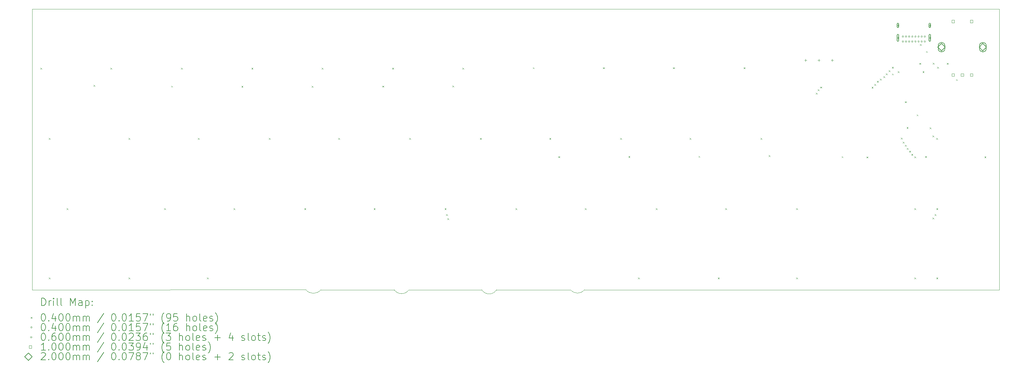
<source format=gbr>
%FSLAX45Y45*%
G04 Gerber Fmt 4.5, Leading zero omitted, Abs format (unit mm)*
G04 Created by KiCad (PCBNEW (6.0.1)) date 2022-02-08 20:20:17*
%MOMM*%
%LPD*%
G01*
G04 APERTURE LIST*
%TA.AperFunction,Profile*%
%ADD10C,0.100000*%
%TD*%
%ADD11C,0.200000*%
%ADD12C,0.040000*%
%ADD13C,0.060000*%
%ADD14C,0.100000*%
G04 APERTURE END LIST*
D10*
X16742625Y-9284375D02*
X14731625Y-9283375D01*
X16741993Y-9284861D02*
G75*
G03*
X17107625Y-9283375I182249J140205D01*
G01*
X9566625Y-9282375D02*
X2156875Y-9283375D01*
X11960625Y-9283375D02*
X9970625Y-9284209D01*
X14331625Y-9284375D02*
X12356625Y-9283375D01*
X2156875Y-1663375D02*
X28350625Y-1663375D01*
X2156875Y-9283375D02*
X2156875Y-1663375D01*
X28350625Y-9283375D02*
X17107625Y-9283375D01*
X28350625Y-1663375D02*
X28350625Y-9283375D01*
X14331264Y-9284601D02*
G75*
G03*
X14731625Y-9283375I199801J124736D01*
G01*
X9566625Y-9282375D02*
G75*
G03*
X9970625Y-9284209I202750J164352D01*
G01*
X11960625Y-9283375D02*
G75*
G03*
X12356625Y-9283375I198000J133086D01*
G01*
D11*
D12*
X2377125Y-3256875D02*
X2417125Y-3296875D01*
X2417125Y-3256875D02*
X2377125Y-3296875D01*
X2605500Y-5166875D02*
X2645500Y-5206875D01*
X2645500Y-5166875D02*
X2605500Y-5206875D01*
X2605500Y-8948750D02*
X2645500Y-8988750D01*
X2645500Y-8948750D02*
X2605500Y-8988750D01*
X3085500Y-7068750D02*
X3125500Y-7108750D01*
X3125500Y-7068750D02*
X3085500Y-7108750D01*
X3815125Y-3723875D02*
X3855125Y-3763875D01*
X3855125Y-3723875D02*
X3815125Y-3763875D01*
X4274125Y-3256875D02*
X4314125Y-3296875D01*
X4314125Y-3256875D02*
X4274125Y-3296875D01*
X4763125Y-5166875D02*
X4803125Y-5206875D01*
X4803125Y-5166875D02*
X4763125Y-5206875D01*
X4765500Y-8948750D02*
X4805500Y-8988750D01*
X4805500Y-8948750D02*
X4765500Y-8988750D01*
X5725500Y-7068750D02*
X5765500Y-7108750D01*
X5765500Y-7068750D02*
X5725500Y-7108750D01*
X5918125Y-3745875D02*
X5958125Y-3785875D01*
X5958125Y-3745875D02*
X5918125Y-3785875D01*
X6183125Y-3256875D02*
X6223125Y-3296875D01*
X6223125Y-3256875D02*
X6183125Y-3296875D01*
X6643125Y-5166875D02*
X6683125Y-5206875D01*
X6683125Y-5166875D02*
X6643125Y-5206875D01*
X6885500Y-8948750D02*
X6925500Y-8988750D01*
X6925500Y-8948750D02*
X6885500Y-8988750D01*
X7605500Y-7068750D02*
X7645500Y-7108750D01*
X7645500Y-7068750D02*
X7605500Y-7108750D01*
X7824125Y-3748875D02*
X7864125Y-3788875D01*
X7864125Y-3748875D02*
X7824125Y-3788875D01*
X8093125Y-3256875D02*
X8133125Y-3296875D01*
X8133125Y-3256875D02*
X8093125Y-3296875D01*
X8563125Y-5166875D02*
X8603125Y-5206875D01*
X8603125Y-5166875D02*
X8563125Y-5206875D01*
X9525500Y-7068750D02*
X9565500Y-7108750D01*
X9565500Y-7068750D02*
X9525500Y-7108750D01*
X9722125Y-3752875D02*
X9762125Y-3792875D01*
X9762125Y-3752875D02*
X9722125Y-3792875D01*
X9993125Y-3256875D02*
X10033125Y-3296875D01*
X10033125Y-3256875D02*
X9993125Y-3296875D01*
X10443125Y-5166875D02*
X10483125Y-5206875D01*
X10483125Y-5166875D02*
X10443125Y-5206875D01*
X11405500Y-7068750D02*
X11445500Y-7108750D01*
X11445500Y-7068750D02*
X11405500Y-7108750D01*
X11637125Y-3745875D02*
X11677125Y-3785875D01*
X11677125Y-3745875D02*
X11637125Y-3785875D01*
X11903125Y-3256875D02*
X11943125Y-3296875D01*
X11943125Y-3256875D02*
X11903125Y-3296875D01*
X12363125Y-5166875D02*
X12403125Y-5206875D01*
X12403125Y-5166875D02*
X12363125Y-5206875D01*
X13325500Y-7068750D02*
X13365500Y-7108750D01*
X13365500Y-7068750D02*
X13325500Y-7108750D01*
X13365500Y-7228750D02*
X13405500Y-7268750D01*
X13405500Y-7228750D02*
X13365500Y-7268750D01*
X13398000Y-7338750D02*
X13438000Y-7378750D01*
X13438000Y-7338750D02*
X13398000Y-7378750D01*
X13532125Y-3739875D02*
X13572125Y-3779875D01*
X13572125Y-3739875D02*
X13532125Y-3779875D01*
X13803125Y-3256875D02*
X13843125Y-3296875D01*
X13843125Y-3256875D02*
X13803125Y-3296875D01*
X14283125Y-5166875D02*
X14323125Y-5206875D01*
X14323125Y-5166875D02*
X14283125Y-5206875D01*
X15245500Y-7068750D02*
X15285500Y-7108750D01*
X15285500Y-7068750D02*
X15245500Y-7108750D01*
X15713125Y-3246875D02*
X15753125Y-3286875D01*
X15753125Y-3246875D02*
X15713125Y-3286875D01*
X16163125Y-5166875D02*
X16203125Y-5206875D01*
X16203125Y-5166875D02*
X16163125Y-5206875D01*
X16403125Y-5659875D02*
X16443125Y-5699875D01*
X16443125Y-5659875D02*
X16403125Y-5699875D01*
X17125500Y-7068750D02*
X17165500Y-7108750D01*
X17165500Y-7068750D02*
X17125500Y-7108750D01*
X17613125Y-3246875D02*
X17653125Y-3286875D01*
X17653125Y-3246875D02*
X17613125Y-3286875D01*
X18083125Y-5166875D02*
X18123125Y-5206875D01*
X18123125Y-5166875D02*
X18083125Y-5206875D01*
X18305125Y-5654875D02*
X18345125Y-5694875D01*
X18345125Y-5654875D02*
X18305125Y-5694875D01*
X18565500Y-8948750D02*
X18605500Y-8988750D01*
X18605500Y-8948750D02*
X18565500Y-8988750D01*
X19045500Y-7068750D02*
X19085500Y-7108750D01*
X19085500Y-7068750D02*
X19045500Y-7108750D01*
X19513125Y-3246875D02*
X19553125Y-3286875D01*
X19553125Y-3246875D02*
X19513125Y-3286875D01*
X19963125Y-5166875D02*
X20003125Y-5206875D01*
X20003125Y-5166875D02*
X19963125Y-5206875D01*
X20202125Y-5651875D02*
X20242125Y-5691875D01*
X20242125Y-5651875D02*
X20202125Y-5691875D01*
X20725500Y-8948750D02*
X20765500Y-8988750D01*
X20765500Y-8948750D02*
X20725500Y-8988750D01*
X20925500Y-7068750D02*
X20965500Y-7108750D01*
X20965500Y-7068750D02*
X20925500Y-7108750D01*
X21423125Y-3246875D02*
X21463125Y-3286875D01*
X21463125Y-3246875D02*
X21423125Y-3286875D01*
X21883125Y-5166875D02*
X21923125Y-5206875D01*
X21923125Y-5166875D02*
X21883125Y-5206875D01*
X22100125Y-5629875D02*
X22140125Y-5669875D01*
X22140125Y-5629875D02*
X22100125Y-5669875D01*
X22845500Y-7068750D02*
X22885500Y-7108750D01*
X22885500Y-7068750D02*
X22845500Y-7108750D01*
X22845500Y-8948750D02*
X22885500Y-8988750D01*
X22885500Y-8948750D02*
X22845500Y-8988750D01*
X23381013Y-3934485D02*
X23421013Y-3974485D01*
X23421013Y-3934485D02*
X23381013Y-3974485D01*
X23432559Y-3846309D02*
X23472559Y-3886309D01*
X23472559Y-3846309D02*
X23432559Y-3886309D01*
X23497125Y-3771776D02*
X23537125Y-3811776D01*
X23537125Y-3771776D02*
X23497125Y-3811776D01*
X24078125Y-5660875D02*
X24118125Y-5700875D01*
X24118125Y-5660875D02*
X24078125Y-5700875D01*
X24753125Y-5668325D02*
X24793125Y-5708325D01*
X24793125Y-5668325D02*
X24753125Y-5708325D01*
X24891319Y-3773220D02*
X24931319Y-3813220D01*
X24931319Y-3773220D02*
X24891319Y-3813220D01*
X24962125Y-3697325D02*
X25002125Y-3737325D01*
X25002125Y-3697325D02*
X24962125Y-3737325D01*
X25036538Y-3615786D02*
X25076538Y-3655786D01*
X25076538Y-3615786D02*
X25036538Y-3655786D01*
X25115125Y-3554028D02*
X25155125Y-3594028D01*
X25155125Y-3554028D02*
X25115125Y-3594028D01*
X25207225Y-3488806D02*
X25247225Y-3528806D01*
X25247225Y-3488806D02*
X25207225Y-3528806D01*
X25279675Y-3414724D02*
X25319675Y-3454724D01*
X25319675Y-3414724D02*
X25279675Y-3454724D01*
X25352125Y-3327875D02*
X25392125Y-3367875D01*
X25392125Y-3327875D02*
X25352125Y-3367875D01*
X25441125Y-3415875D02*
X25481125Y-3455875D01*
X25481125Y-3415875D02*
X25441125Y-3455875D01*
X25442125Y-3235875D02*
X25482125Y-3275875D01*
X25482125Y-3235875D02*
X25442125Y-3275875D01*
X25598125Y-3351875D02*
X25638125Y-3391875D01*
X25638125Y-3351875D02*
X25598125Y-3391875D01*
X25682125Y-5158875D02*
X25722125Y-5198875D01*
X25722125Y-5158875D02*
X25682125Y-5198875D01*
X25735846Y-5266916D02*
X25775846Y-5306916D01*
X25775846Y-5266916D02*
X25735846Y-5306916D01*
X25792258Y-5349425D02*
X25832258Y-5389425D01*
X25832258Y-5349425D02*
X25792258Y-5389425D01*
X25795125Y-4168875D02*
X25835125Y-4208875D01*
X25835125Y-4168875D02*
X25795125Y-4208875D01*
X25840125Y-4866875D02*
X25880125Y-4906875D01*
X25880125Y-4866875D02*
X25840125Y-4906875D01*
X25843815Y-5437938D02*
X25883815Y-5477938D01*
X25883815Y-5437938D02*
X25843815Y-5477938D01*
X25907935Y-5514610D02*
X25947935Y-5554610D01*
X25947935Y-5514610D02*
X25907935Y-5554610D01*
X25966125Y-5595875D02*
X26006125Y-5635875D01*
X26006125Y-5595875D02*
X25966125Y-5635875D01*
X26045500Y-7068750D02*
X26085500Y-7108750D01*
X26085500Y-7068750D02*
X26045500Y-7108750D01*
X26045500Y-8948750D02*
X26085500Y-8988750D01*
X26085500Y-8948750D02*
X26045500Y-8988750D01*
X26046125Y-5664875D02*
X26086125Y-5704875D01*
X26086125Y-5664875D02*
X26046125Y-5704875D01*
X26110895Y-4524645D02*
X26150895Y-4564645D01*
X26150895Y-4524645D02*
X26110895Y-4564645D01*
X26183659Y-3129054D02*
X26223659Y-3169054D01*
X26223659Y-3129054D02*
X26183659Y-3169054D01*
X26200233Y-2613963D02*
X26240233Y-2653963D01*
X26240233Y-2613963D02*
X26200233Y-2653963D01*
X26272155Y-3353059D02*
X26312155Y-3393059D01*
X26312155Y-3353059D02*
X26272155Y-3393059D01*
X26340723Y-5652875D02*
X26380723Y-5692875D01*
X26380723Y-5652875D02*
X26340723Y-5692875D01*
X26365644Y-2807562D02*
X26405644Y-2847562D01*
X26405644Y-2807562D02*
X26365644Y-2847562D01*
X26464734Y-4878875D02*
X26504734Y-4918875D01*
X26504734Y-4878875D02*
X26464734Y-4918875D01*
X26537184Y-5094425D02*
X26577184Y-5134425D01*
X26577184Y-5094425D02*
X26537184Y-5134425D01*
X26538125Y-7323875D02*
X26578125Y-7363875D01*
X26578125Y-7323875D02*
X26538125Y-7363875D01*
X26544425Y-3126875D02*
X26584425Y-3166875D01*
X26584425Y-3126875D02*
X26544425Y-3166875D01*
X26600125Y-7227875D02*
X26640125Y-7267875D01*
X26640125Y-7227875D02*
X26600125Y-7267875D01*
X26643125Y-5166875D02*
X26683125Y-5206875D01*
X26683125Y-5166875D02*
X26643125Y-5206875D01*
X26645500Y-7068750D02*
X26685500Y-7108750D01*
X26685500Y-7068750D02*
X26645500Y-7108750D01*
X26645500Y-8948750D02*
X26685500Y-8988750D01*
X26685500Y-8948750D02*
X26645500Y-8988750D01*
X26663125Y-3236875D02*
X26703125Y-3276875D01*
X26703125Y-3236875D02*
X26663125Y-3276875D01*
X26930125Y-3128875D02*
X26970125Y-3168875D01*
X26970125Y-3128875D02*
X26930125Y-3168875D01*
X27177625Y-3568375D02*
X27217625Y-3608375D01*
X27217625Y-3568375D02*
X27177625Y-3608375D01*
X27949125Y-5662875D02*
X27989125Y-5702875D01*
X27989125Y-5662875D02*
X27949125Y-5702875D01*
X25757500Y-2413125D02*
G75*
G03*
X25757500Y-2413125I-20000J0D01*
G01*
X25757500Y-2545625D02*
G75*
G03*
X25757500Y-2545625I-20000J0D01*
G01*
X25842500Y-2545625D02*
G75*
G03*
X25842500Y-2545625I-20000J0D01*
G01*
X25843000Y-2413125D02*
G75*
G03*
X25843000Y-2413125I-20000J0D01*
G01*
X25927500Y-2545625D02*
G75*
G03*
X25927500Y-2545625I-20000J0D01*
G01*
X25928000Y-2413125D02*
G75*
G03*
X25928000Y-2413125I-20000J0D01*
G01*
X26012500Y-2545625D02*
G75*
G03*
X26012500Y-2545625I-20000J0D01*
G01*
X26013000Y-2413125D02*
G75*
G03*
X26013000Y-2413125I-20000J0D01*
G01*
X26097500Y-2545625D02*
G75*
G03*
X26097500Y-2545625I-20000J0D01*
G01*
X26098000Y-2413125D02*
G75*
G03*
X26098000Y-2413125I-20000J0D01*
G01*
X26182500Y-2545625D02*
G75*
G03*
X26182500Y-2545625I-20000J0D01*
G01*
X26183000Y-2413125D02*
G75*
G03*
X26183000Y-2413125I-20000J0D01*
G01*
X26267500Y-2545625D02*
G75*
G03*
X26267500Y-2545625I-20000J0D01*
G01*
X26268000Y-2413125D02*
G75*
G03*
X26268000Y-2413125I-20000J0D01*
G01*
X26352500Y-2545625D02*
G75*
G03*
X26352500Y-2545625I-20000J0D01*
G01*
X26353000Y-2413125D02*
G75*
G03*
X26353000Y-2413125I-20000J0D01*
G01*
D13*
X23102625Y-3025375D02*
X23102625Y-3085375D01*
X23072625Y-3055375D02*
X23132625Y-3055375D01*
X23462625Y-3025375D02*
X23462625Y-3085375D01*
X23432625Y-3055375D02*
X23492625Y-3055375D01*
X23822625Y-3025375D02*
X23822625Y-3085375D01*
X23792625Y-3055375D02*
X23852625Y-3055375D01*
X25602500Y-2079625D02*
X25602500Y-2139625D01*
X25572500Y-2109625D02*
X25632500Y-2109625D01*
D11*
X25582500Y-2069625D02*
X25582500Y-2149625D01*
X25622500Y-2069625D02*
X25622500Y-2149625D01*
X25582500Y-2149625D02*
G75*
G03*
X25622500Y-2149625I20000J0D01*
G01*
X25622500Y-2069625D02*
G75*
G03*
X25582500Y-2069625I-20000J0D01*
G01*
D13*
X25602500Y-2417625D02*
X25602500Y-2477625D01*
X25572500Y-2447625D02*
X25632500Y-2447625D01*
D11*
X25582500Y-2372625D02*
X25582500Y-2522625D01*
X25622500Y-2372625D02*
X25622500Y-2522625D01*
X25582500Y-2522625D02*
G75*
G03*
X25622500Y-2522625I20000J0D01*
G01*
X25622500Y-2372625D02*
G75*
G03*
X25582500Y-2372625I-20000J0D01*
G01*
D13*
X26467500Y-2079625D02*
X26467500Y-2139625D01*
X26437500Y-2109625D02*
X26497500Y-2109625D01*
D11*
X26447500Y-2069625D02*
X26447500Y-2149625D01*
X26487500Y-2069625D02*
X26487500Y-2149625D01*
X26447500Y-2149625D02*
G75*
G03*
X26487500Y-2149625I20000J0D01*
G01*
X26487500Y-2069625D02*
G75*
G03*
X26447500Y-2069625I-20000J0D01*
G01*
D13*
X26467500Y-2417625D02*
X26467500Y-2477625D01*
X26437500Y-2447625D02*
X26497500Y-2447625D01*
D11*
X26447500Y-2372625D02*
X26447500Y-2522625D01*
X26487500Y-2372625D02*
X26487500Y-2522625D01*
X26447500Y-2522625D02*
G75*
G03*
X26487500Y-2522625I20000J0D01*
G01*
X26487500Y-2372625D02*
G75*
G03*
X26447500Y-2372625I-20000J0D01*
G01*
D14*
X27129981Y-2036731D02*
X27129981Y-1966019D01*
X27059269Y-1966019D01*
X27059269Y-2036731D01*
X27129981Y-2036731D01*
X27129981Y-3486731D02*
X27129981Y-3416019D01*
X27059269Y-3416019D01*
X27059269Y-3486731D01*
X27129981Y-3486731D01*
X27379981Y-3486731D02*
X27379981Y-3416019D01*
X27309269Y-3416019D01*
X27309269Y-3486731D01*
X27379981Y-3486731D01*
X27629981Y-2036731D02*
X27629981Y-1966019D01*
X27559269Y-1966019D01*
X27559269Y-2036731D01*
X27629981Y-2036731D01*
X27629981Y-3486731D02*
X27629981Y-3416019D01*
X27559269Y-3416019D01*
X27559269Y-3486731D01*
X27629981Y-3486731D01*
D11*
X26784625Y-2801375D02*
X26884625Y-2701375D01*
X26784625Y-2601375D01*
X26684625Y-2701375D01*
X26784625Y-2801375D01*
X26874625Y-2741375D02*
X26874625Y-2661375D01*
X26694625Y-2741375D02*
X26694625Y-2661375D01*
X26874625Y-2661375D02*
G75*
G03*
X26694625Y-2661375I-90000J0D01*
G01*
X26694625Y-2741375D02*
G75*
G03*
X26874625Y-2741375I90000J0D01*
G01*
X27904625Y-2801375D02*
X28004625Y-2701375D01*
X27904625Y-2601375D01*
X27804625Y-2701375D01*
X27904625Y-2801375D01*
X27994625Y-2741375D02*
X27994625Y-2661375D01*
X27814625Y-2741375D02*
X27814625Y-2661375D01*
X27994625Y-2661375D02*
G75*
G03*
X27814625Y-2661375I-90000J0D01*
G01*
X27814625Y-2741375D02*
G75*
G03*
X27994625Y-2741375I90000J0D01*
G01*
X2409494Y-9710881D02*
X2409494Y-9510881D01*
X2457113Y-9510881D01*
X2485685Y-9520405D01*
X2504732Y-9539453D01*
X2514256Y-9558500D01*
X2523780Y-9596596D01*
X2523780Y-9625167D01*
X2514256Y-9663262D01*
X2504732Y-9682310D01*
X2485685Y-9701357D01*
X2457113Y-9710881D01*
X2409494Y-9710881D01*
X2609494Y-9710881D02*
X2609494Y-9577548D01*
X2609494Y-9615643D02*
X2619018Y-9596596D01*
X2628542Y-9587072D01*
X2647589Y-9577548D01*
X2666637Y-9577548D01*
X2733304Y-9710881D02*
X2733304Y-9577548D01*
X2733304Y-9510881D02*
X2723780Y-9520405D01*
X2733304Y-9529929D01*
X2742827Y-9520405D01*
X2733304Y-9510881D01*
X2733304Y-9529929D01*
X2857113Y-9710881D02*
X2838065Y-9701357D01*
X2828542Y-9682310D01*
X2828542Y-9510881D01*
X2961875Y-9710881D02*
X2942827Y-9701357D01*
X2933303Y-9682310D01*
X2933303Y-9510881D01*
X3190446Y-9710881D02*
X3190446Y-9510881D01*
X3257113Y-9653738D01*
X3323780Y-9510881D01*
X3323780Y-9710881D01*
X3504732Y-9710881D02*
X3504732Y-9606119D01*
X3495208Y-9587072D01*
X3476161Y-9577548D01*
X3438065Y-9577548D01*
X3419018Y-9587072D01*
X3504732Y-9701357D02*
X3485684Y-9710881D01*
X3438065Y-9710881D01*
X3419018Y-9701357D01*
X3409494Y-9682310D01*
X3409494Y-9663262D01*
X3419018Y-9644215D01*
X3438065Y-9634691D01*
X3485684Y-9634691D01*
X3504732Y-9625167D01*
X3599970Y-9577548D02*
X3599970Y-9777548D01*
X3599970Y-9587072D02*
X3619018Y-9577548D01*
X3657113Y-9577548D01*
X3676161Y-9587072D01*
X3685684Y-9596596D01*
X3695208Y-9615643D01*
X3695208Y-9672786D01*
X3685684Y-9691834D01*
X3676161Y-9701357D01*
X3657113Y-9710881D01*
X3619018Y-9710881D01*
X3599970Y-9701357D01*
X3780923Y-9691834D02*
X3790446Y-9701357D01*
X3780923Y-9710881D01*
X3771399Y-9701357D01*
X3780923Y-9691834D01*
X3780923Y-9710881D01*
X3780923Y-9587072D02*
X3790446Y-9596596D01*
X3780923Y-9606119D01*
X3771399Y-9596596D01*
X3780923Y-9587072D01*
X3780923Y-9606119D01*
D12*
X2111875Y-10020405D02*
X2151875Y-10060405D01*
X2151875Y-10020405D02*
X2111875Y-10060405D01*
D11*
X2447589Y-9930881D02*
X2466637Y-9930881D01*
X2485685Y-9940405D01*
X2495208Y-9949929D01*
X2504732Y-9968977D01*
X2514256Y-10007072D01*
X2514256Y-10054691D01*
X2504732Y-10092786D01*
X2495208Y-10111834D01*
X2485685Y-10121357D01*
X2466637Y-10130881D01*
X2447589Y-10130881D01*
X2428542Y-10121357D01*
X2419018Y-10111834D01*
X2409494Y-10092786D01*
X2399970Y-10054691D01*
X2399970Y-10007072D01*
X2409494Y-9968977D01*
X2419018Y-9949929D01*
X2428542Y-9940405D01*
X2447589Y-9930881D01*
X2599970Y-10111834D02*
X2609494Y-10121357D01*
X2599970Y-10130881D01*
X2590446Y-10121357D01*
X2599970Y-10111834D01*
X2599970Y-10130881D01*
X2780923Y-9997548D02*
X2780923Y-10130881D01*
X2733304Y-9921357D02*
X2685685Y-10064215D01*
X2809494Y-10064215D01*
X2923780Y-9930881D02*
X2942827Y-9930881D01*
X2961875Y-9940405D01*
X2971399Y-9949929D01*
X2980923Y-9968977D01*
X2990446Y-10007072D01*
X2990446Y-10054691D01*
X2980923Y-10092786D01*
X2971399Y-10111834D01*
X2961875Y-10121357D01*
X2942827Y-10130881D01*
X2923780Y-10130881D01*
X2904732Y-10121357D01*
X2895208Y-10111834D01*
X2885684Y-10092786D01*
X2876161Y-10054691D01*
X2876161Y-10007072D01*
X2885684Y-9968977D01*
X2895208Y-9949929D01*
X2904732Y-9940405D01*
X2923780Y-9930881D01*
X3114256Y-9930881D02*
X3133303Y-9930881D01*
X3152351Y-9940405D01*
X3161875Y-9949929D01*
X3171399Y-9968977D01*
X3180923Y-10007072D01*
X3180923Y-10054691D01*
X3171399Y-10092786D01*
X3161875Y-10111834D01*
X3152351Y-10121357D01*
X3133303Y-10130881D01*
X3114256Y-10130881D01*
X3095208Y-10121357D01*
X3085684Y-10111834D01*
X3076161Y-10092786D01*
X3066637Y-10054691D01*
X3066637Y-10007072D01*
X3076161Y-9968977D01*
X3085684Y-9949929D01*
X3095208Y-9940405D01*
X3114256Y-9930881D01*
X3266637Y-10130881D02*
X3266637Y-9997548D01*
X3266637Y-10016596D02*
X3276161Y-10007072D01*
X3295208Y-9997548D01*
X3323780Y-9997548D01*
X3342827Y-10007072D01*
X3352351Y-10026119D01*
X3352351Y-10130881D01*
X3352351Y-10026119D02*
X3361875Y-10007072D01*
X3380923Y-9997548D01*
X3409494Y-9997548D01*
X3428542Y-10007072D01*
X3438065Y-10026119D01*
X3438065Y-10130881D01*
X3533303Y-10130881D02*
X3533303Y-9997548D01*
X3533303Y-10016596D02*
X3542827Y-10007072D01*
X3561875Y-9997548D01*
X3590446Y-9997548D01*
X3609494Y-10007072D01*
X3619018Y-10026119D01*
X3619018Y-10130881D01*
X3619018Y-10026119D02*
X3628542Y-10007072D01*
X3647589Y-9997548D01*
X3676161Y-9997548D01*
X3695208Y-10007072D01*
X3704732Y-10026119D01*
X3704732Y-10130881D01*
X4095208Y-9921357D02*
X3923780Y-10178500D01*
X4352351Y-9930881D02*
X4371399Y-9930881D01*
X4390446Y-9940405D01*
X4399970Y-9949929D01*
X4409494Y-9968977D01*
X4419018Y-10007072D01*
X4419018Y-10054691D01*
X4409494Y-10092786D01*
X4399970Y-10111834D01*
X4390446Y-10121357D01*
X4371399Y-10130881D01*
X4352351Y-10130881D01*
X4333304Y-10121357D01*
X4323780Y-10111834D01*
X4314256Y-10092786D01*
X4304732Y-10054691D01*
X4304732Y-10007072D01*
X4314256Y-9968977D01*
X4323780Y-9949929D01*
X4333304Y-9940405D01*
X4352351Y-9930881D01*
X4504732Y-10111834D02*
X4514256Y-10121357D01*
X4504732Y-10130881D01*
X4495208Y-10121357D01*
X4504732Y-10111834D01*
X4504732Y-10130881D01*
X4638065Y-9930881D02*
X4657113Y-9930881D01*
X4676161Y-9940405D01*
X4685685Y-9949929D01*
X4695208Y-9968977D01*
X4704732Y-10007072D01*
X4704732Y-10054691D01*
X4695208Y-10092786D01*
X4685685Y-10111834D01*
X4676161Y-10121357D01*
X4657113Y-10130881D01*
X4638065Y-10130881D01*
X4619018Y-10121357D01*
X4609494Y-10111834D01*
X4599970Y-10092786D01*
X4590446Y-10054691D01*
X4590446Y-10007072D01*
X4599970Y-9968977D01*
X4609494Y-9949929D01*
X4619018Y-9940405D01*
X4638065Y-9930881D01*
X4895208Y-10130881D02*
X4780923Y-10130881D01*
X4838065Y-10130881D02*
X4838065Y-9930881D01*
X4819018Y-9959453D01*
X4799970Y-9978500D01*
X4780923Y-9988024D01*
X5076161Y-9930881D02*
X4980923Y-9930881D01*
X4971399Y-10026119D01*
X4980923Y-10016596D01*
X4999970Y-10007072D01*
X5047589Y-10007072D01*
X5066637Y-10016596D01*
X5076161Y-10026119D01*
X5085685Y-10045167D01*
X5085685Y-10092786D01*
X5076161Y-10111834D01*
X5066637Y-10121357D01*
X5047589Y-10130881D01*
X4999970Y-10130881D01*
X4980923Y-10121357D01*
X4971399Y-10111834D01*
X5152351Y-9930881D02*
X5285685Y-9930881D01*
X5199970Y-10130881D01*
X5352351Y-9930881D02*
X5352351Y-9968977D01*
X5428542Y-9930881D02*
X5428542Y-9968977D01*
X5723780Y-10207072D02*
X5714256Y-10197548D01*
X5695208Y-10168977D01*
X5685684Y-10149929D01*
X5676161Y-10121357D01*
X5666637Y-10073738D01*
X5666637Y-10035643D01*
X5676161Y-9988024D01*
X5685684Y-9959453D01*
X5695208Y-9940405D01*
X5714256Y-9911834D01*
X5723780Y-9902310D01*
X5809494Y-10130881D02*
X5847589Y-10130881D01*
X5866637Y-10121357D01*
X5876161Y-10111834D01*
X5895208Y-10083262D01*
X5904732Y-10045167D01*
X5904732Y-9968977D01*
X5895208Y-9949929D01*
X5885684Y-9940405D01*
X5866637Y-9930881D01*
X5828542Y-9930881D01*
X5809494Y-9940405D01*
X5799970Y-9949929D01*
X5790446Y-9968977D01*
X5790446Y-10016596D01*
X5799970Y-10035643D01*
X5809494Y-10045167D01*
X5828542Y-10054691D01*
X5866637Y-10054691D01*
X5885684Y-10045167D01*
X5895208Y-10035643D01*
X5904732Y-10016596D01*
X6085684Y-9930881D02*
X5990446Y-9930881D01*
X5980923Y-10026119D01*
X5990446Y-10016596D01*
X6009494Y-10007072D01*
X6057113Y-10007072D01*
X6076161Y-10016596D01*
X6085684Y-10026119D01*
X6095208Y-10045167D01*
X6095208Y-10092786D01*
X6085684Y-10111834D01*
X6076161Y-10121357D01*
X6057113Y-10130881D01*
X6009494Y-10130881D01*
X5990446Y-10121357D01*
X5980923Y-10111834D01*
X6333303Y-10130881D02*
X6333303Y-9930881D01*
X6419018Y-10130881D02*
X6419018Y-10026119D01*
X6409494Y-10007072D01*
X6390446Y-9997548D01*
X6361875Y-9997548D01*
X6342827Y-10007072D01*
X6333303Y-10016596D01*
X6542827Y-10130881D02*
X6523780Y-10121357D01*
X6514256Y-10111834D01*
X6504732Y-10092786D01*
X6504732Y-10035643D01*
X6514256Y-10016596D01*
X6523780Y-10007072D01*
X6542827Y-9997548D01*
X6571399Y-9997548D01*
X6590446Y-10007072D01*
X6599970Y-10016596D01*
X6609494Y-10035643D01*
X6609494Y-10092786D01*
X6599970Y-10111834D01*
X6590446Y-10121357D01*
X6571399Y-10130881D01*
X6542827Y-10130881D01*
X6723780Y-10130881D02*
X6704732Y-10121357D01*
X6695208Y-10102310D01*
X6695208Y-9930881D01*
X6876161Y-10121357D02*
X6857113Y-10130881D01*
X6819018Y-10130881D01*
X6799970Y-10121357D01*
X6790446Y-10102310D01*
X6790446Y-10026119D01*
X6799970Y-10007072D01*
X6819018Y-9997548D01*
X6857113Y-9997548D01*
X6876161Y-10007072D01*
X6885684Y-10026119D01*
X6885684Y-10045167D01*
X6790446Y-10064215D01*
X6961875Y-10121357D02*
X6980923Y-10130881D01*
X7019018Y-10130881D01*
X7038065Y-10121357D01*
X7047589Y-10102310D01*
X7047589Y-10092786D01*
X7038065Y-10073738D01*
X7019018Y-10064215D01*
X6990446Y-10064215D01*
X6971399Y-10054691D01*
X6961875Y-10035643D01*
X6961875Y-10026119D01*
X6971399Y-10007072D01*
X6990446Y-9997548D01*
X7019018Y-9997548D01*
X7038065Y-10007072D01*
X7114256Y-10207072D02*
X7123780Y-10197548D01*
X7142827Y-10168977D01*
X7152351Y-10149929D01*
X7161875Y-10121357D01*
X7171399Y-10073738D01*
X7171399Y-10035643D01*
X7161875Y-9988024D01*
X7152351Y-9959453D01*
X7142827Y-9940405D01*
X7123780Y-9911834D01*
X7114256Y-9902310D01*
D12*
X2151875Y-10304405D02*
G75*
G03*
X2151875Y-10304405I-20000J0D01*
G01*
D11*
X2447589Y-10194881D02*
X2466637Y-10194881D01*
X2485685Y-10204405D01*
X2495208Y-10213929D01*
X2504732Y-10232977D01*
X2514256Y-10271072D01*
X2514256Y-10318691D01*
X2504732Y-10356786D01*
X2495208Y-10375834D01*
X2485685Y-10385357D01*
X2466637Y-10394881D01*
X2447589Y-10394881D01*
X2428542Y-10385357D01*
X2419018Y-10375834D01*
X2409494Y-10356786D01*
X2399970Y-10318691D01*
X2399970Y-10271072D01*
X2409494Y-10232977D01*
X2419018Y-10213929D01*
X2428542Y-10204405D01*
X2447589Y-10194881D01*
X2599970Y-10375834D02*
X2609494Y-10385357D01*
X2599970Y-10394881D01*
X2590446Y-10385357D01*
X2599970Y-10375834D01*
X2599970Y-10394881D01*
X2780923Y-10261548D02*
X2780923Y-10394881D01*
X2733304Y-10185357D02*
X2685685Y-10328215D01*
X2809494Y-10328215D01*
X2923780Y-10194881D02*
X2942827Y-10194881D01*
X2961875Y-10204405D01*
X2971399Y-10213929D01*
X2980923Y-10232977D01*
X2990446Y-10271072D01*
X2990446Y-10318691D01*
X2980923Y-10356786D01*
X2971399Y-10375834D01*
X2961875Y-10385357D01*
X2942827Y-10394881D01*
X2923780Y-10394881D01*
X2904732Y-10385357D01*
X2895208Y-10375834D01*
X2885684Y-10356786D01*
X2876161Y-10318691D01*
X2876161Y-10271072D01*
X2885684Y-10232977D01*
X2895208Y-10213929D01*
X2904732Y-10204405D01*
X2923780Y-10194881D01*
X3114256Y-10194881D02*
X3133303Y-10194881D01*
X3152351Y-10204405D01*
X3161875Y-10213929D01*
X3171399Y-10232977D01*
X3180923Y-10271072D01*
X3180923Y-10318691D01*
X3171399Y-10356786D01*
X3161875Y-10375834D01*
X3152351Y-10385357D01*
X3133303Y-10394881D01*
X3114256Y-10394881D01*
X3095208Y-10385357D01*
X3085684Y-10375834D01*
X3076161Y-10356786D01*
X3066637Y-10318691D01*
X3066637Y-10271072D01*
X3076161Y-10232977D01*
X3085684Y-10213929D01*
X3095208Y-10204405D01*
X3114256Y-10194881D01*
X3266637Y-10394881D02*
X3266637Y-10261548D01*
X3266637Y-10280596D02*
X3276161Y-10271072D01*
X3295208Y-10261548D01*
X3323780Y-10261548D01*
X3342827Y-10271072D01*
X3352351Y-10290119D01*
X3352351Y-10394881D01*
X3352351Y-10290119D02*
X3361875Y-10271072D01*
X3380923Y-10261548D01*
X3409494Y-10261548D01*
X3428542Y-10271072D01*
X3438065Y-10290119D01*
X3438065Y-10394881D01*
X3533303Y-10394881D02*
X3533303Y-10261548D01*
X3533303Y-10280596D02*
X3542827Y-10271072D01*
X3561875Y-10261548D01*
X3590446Y-10261548D01*
X3609494Y-10271072D01*
X3619018Y-10290119D01*
X3619018Y-10394881D01*
X3619018Y-10290119D02*
X3628542Y-10271072D01*
X3647589Y-10261548D01*
X3676161Y-10261548D01*
X3695208Y-10271072D01*
X3704732Y-10290119D01*
X3704732Y-10394881D01*
X4095208Y-10185357D02*
X3923780Y-10442500D01*
X4352351Y-10194881D02*
X4371399Y-10194881D01*
X4390446Y-10204405D01*
X4399970Y-10213929D01*
X4409494Y-10232977D01*
X4419018Y-10271072D01*
X4419018Y-10318691D01*
X4409494Y-10356786D01*
X4399970Y-10375834D01*
X4390446Y-10385357D01*
X4371399Y-10394881D01*
X4352351Y-10394881D01*
X4333304Y-10385357D01*
X4323780Y-10375834D01*
X4314256Y-10356786D01*
X4304732Y-10318691D01*
X4304732Y-10271072D01*
X4314256Y-10232977D01*
X4323780Y-10213929D01*
X4333304Y-10204405D01*
X4352351Y-10194881D01*
X4504732Y-10375834D02*
X4514256Y-10385357D01*
X4504732Y-10394881D01*
X4495208Y-10385357D01*
X4504732Y-10375834D01*
X4504732Y-10394881D01*
X4638065Y-10194881D02*
X4657113Y-10194881D01*
X4676161Y-10204405D01*
X4685685Y-10213929D01*
X4695208Y-10232977D01*
X4704732Y-10271072D01*
X4704732Y-10318691D01*
X4695208Y-10356786D01*
X4685685Y-10375834D01*
X4676161Y-10385357D01*
X4657113Y-10394881D01*
X4638065Y-10394881D01*
X4619018Y-10385357D01*
X4609494Y-10375834D01*
X4599970Y-10356786D01*
X4590446Y-10318691D01*
X4590446Y-10271072D01*
X4599970Y-10232977D01*
X4609494Y-10213929D01*
X4619018Y-10204405D01*
X4638065Y-10194881D01*
X4895208Y-10394881D02*
X4780923Y-10394881D01*
X4838065Y-10394881D02*
X4838065Y-10194881D01*
X4819018Y-10223453D01*
X4799970Y-10242500D01*
X4780923Y-10252024D01*
X5076161Y-10194881D02*
X4980923Y-10194881D01*
X4971399Y-10290119D01*
X4980923Y-10280596D01*
X4999970Y-10271072D01*
X5047589Y-10271072D01*
X5066637Y-10280596D01*
X5076161Y-10290119D01*
X5085685Y-10309167D01*
X5085685Y-10356786D01*
X5076161Y-10375834D01*
X5066637Y-10385357D01*
X5047589Y-10394881D01*
X4999970Y-10394881D01*
X4980923Y-10385357D01*
X4971399Y-10375834D01*
X5152351Y-10194881D02*
X5285685Y-10194881D01*
X5199970Y-10394881D01*
X5352351Y-10194881D02*
X5352351Y-10232977D01*
X5428542Y-10194881D02*
X5428542Y-10232977D01*
X5723780Y-10471072D02*
X5714256Y-10461548D01*
X5695208Y-10432977D01*
X5685684Y-10413929D01*
X5676161Y-10385357D01*
X5666637Y-10337738D01*
X5666637Y-10299643D01*
X5676161Y-10252024D01*
X5685684Y-10223453D01*
X5695208Y-10204405D01*
X5714256Y-10175834D01*
X5723780Y-10166310D01*
X5904732Y-10394881D02*
X5790446Y-10394881D01*
X5847589Y-10394881D02*
X5847589Y-10194881D01*
X5828542Y-10223453D01*
X5809494Y-10242500D01*
X5790446Y-10252024D01*
X6076161Y-10194881D02*
X6038065Y-10194881D01*
X6019018Y-10204405D01*
X6009494Y-10213929D01*
X5990446Y-10242500D01*
X5980923Y-10280596D01*
X5980923Y-10356786D01*
X5990446Y-10375834D01*
X5999970Y-10385357D01*
X6019018Y-10394881D01*
X6057113Y-10394881D01*
X6076161Y-10385357D01*
X6085684Y-10375834D01*
X6095208Y-10356786D01*
X6095208Y-10309167D01*
X6085684Y-10290119D01*
X6076161Y-10280596D01*
X6057113Y-10271072D01*
X6019018Y-10271072D01*
X5999970Y-10280596D01*
X5990446Y-10290119D01*
X5980923Y-10309167D01*
X6333303Y-10394881D02*
X6333303Y-10194881D01*
X6419018Y-10394881D02*
X6419018Y-10290119D01*
X6409494Y-10271072D01*
X6390446Y-10261548D01*
X6361875Y-10261548D01*
X6342827Y-10271072D01*
X6333303Y-10280596D01*
X6542827Y-10394881D02*
X6523780Y-10385357D01*
X6514256Y-10375834D01*
X6504732Y-10356786D01*
X6504732Y-10299643D01*
X6514256Y-10280596D01*
X6523780Y-10271072D01*
X6542827Y-10261548D01*
X6571399Y-10261548D01*
X6590446Y-10271072D01*
X6599970Y-10280596D01*
X6609494Y-10299643D01*
X6609494Y-10356786D01*
X6599970Y-10375834D01*
X6590446Y-10385357D01*
X6571399Y-10394881D01*
X6542827Y-10394881D01*
X6723780Y-10394881D02*
X6704732Y-10385357D01*
X6695208Y-10366310D01*
X6695208Y-10194881D01*
X6876161Y-10385357D02*
X6857113Y-10394881D01*
X6819018Y-10394881D01*
X6799970Y-10385357D01*
X6790446Y-10366310D01*
X6790446Y-10290119D01*
X6799970Y-10271072D01*
X6819018Y-10261548D01*
X6857113Y-10261548D01*
X6876161Y-10271072D01*
X6885684Y-10290119D01*
X6885684Y-10309167D01*
X6790446Y-10328215D01*
X6961875Y-10385357D02*
X6980923Y-10394881D01*
X7019018Y-10394881D01*
X7038065Y-10385357D01*
X7047589Y-10366310D01*
X7047589Y-10356786D01*
X7038065Y-10337738D01*
X7019018Y-10328215D01*
X6990446Y-10328215D01*
X6971399Y-10318691D01*
X6961875Y-10299643D01*
X6961875Y-10290119D01*
X6971399Y-10271072D01*
X6990446Y-10261548D01*
X7019018Y-10261548D01*
X7038065Y-10271072D01*
X7114256Y-10471072D02*
X7123780Y-10461548D01*
X7142827Y-10432977D01*
X7152351Y-10413929D01*
X7161875Y-10385357D01*
X7171399Y-10337738D01*
X7171399Y-10299643D01*
X7161875Y-10252024D01*
X7152351Y-10223453D01*
X7142827Y-10204405D01*
X7123780Y-10175834D01*
X7114256Y-10166310D01*
D13*
X2121875Y-10538405D02*
X2121875Y-10598405D01*
X2091875Y-10568405D02*
X2151875Y-10568405D01*
D11*
X2447589Y-10458881D02*
X2466637Y-10458881D01*
X2485685Y-10468405D01*
X2495208Y-10477929D01*
X2504732Y-10496977D01*
X2514256Y-10535072D01*
X2514256Y-10582691D01*
X2504732Y-10620786D01*
X2495208Y-10639834D01*
X2485685Y-10649357D01*
X2466637Y-10658881D01*
X2447589Y-10658881D01*
X2428542Y-10649357D01*
X2419018Y-10639834D01*
X2409494Y-10620786D01*
X2399970Y-10582691D01*
X2399970Y-10535072D01*
X2409494Y-10496977D01*
X2419018Y-10477929D01*
X2428542Y-10468405D01*
X2447589Y-10458881D01*
X2599970Y-10639834D02*
X2609494Y-10649357D01*
X2599970Y-10658881D01*
X2590446Y-10649357D01*
X2599970Y-10639834D01*
X2599970Y-10658881D01*
X2780923Y-10458881D02*
X2742827Y-10458881D01*
X2723780Y-10468405D01*
X2714256Y-10477929D01*
X2695208Y-10506500D01*
X2685685Y-10544596D01*
X2685685Y-10620786D01*
X2695208Y-10639834D01*
X2704732Y-10649357D01*
X2723780Y-10658881D01*
X2761875Y-10658881D01*
X2780923Y-10649357D01*
X2790446Y-10639834D01*
X2799970Y-10620786D01*
X2799970Y-10573167D01*
X2790446Y-10554119D01*
X2780923Y-10544596D01*
X2761875Y-10535072D01*
X2723780Y-10535072D01*
X2704732Y-10544596D01*
X2695208Y-10554119D01*
X2685685Y-10573167D01*
X2923780Y-10458881D02*
X2942827Y-10458881D01*
X2961875Y-10468405D01*
X2971399Y-10477929D01*
X2980923Y-10496977D01*
X2990446Y-10535072D01*
X2990446Y-10582691D01*
X2980923Y-10620786D01*
X2971399Y-10639834D01*
X2961875Y-10649357D01*
X2942827Y-10658881D01*
X2923780Y-10658881D01*
X2904732Y-10649357D01*
X2895208Y-10639834D01*
X2885684Y-10620786D01*
X2876161Y-10582691D01*
X2876161Y-10535072D01*
X2885684Y-10496977D01*
X2895208Y-10477929D01*
X2904732Y-10468405D01*
X2923780Y-10458881D01*
X3114256Y-10458881D02*
X3133303Y-10458881D01*
X3152351Y-10468405D01*
X3161875Y-10477929D01*
X3171399Y-10496977D01*
X3180923Y-10535072D01*
X3180923Y-10582691D01*
X3171399Y-10620786D01*
X3161875Y-10639834D01*
X3152351Y-10649357D01*
X3133303Y-10658881D01*
X3114256Y-10658881D01*
X3095208Y-10649357D01*
X3085684Y-10639834D01*
X3076161Y-10620786D01*
X3066637Y-10582691D01*
X3066637Y-10535072D01*
X3076161Y-10496977D01*
X3085684Y-10477929D01*
X3095208Y-10468405D01*
X3114256Y-10458881D01*
X3266637Y-10658881D02*
X3266637Y-10525548D01*
X3266637Y-10544596D02*
X3276161Y-10535072D01*
X3295208Y-10525548D01*
X3323780Y-10525548D01*
X3342827Y-10535072D01*
X3352351Y-10554119D01*
X3352351Y-10658881D01*
X3352351Y-10554119D02*
X3361875Y-10535072D01*
X3380923Y-10525548D01*
X3409494Y-10525548D01*
X3428542Y-10535072D01*
X3438065Y-10554119D01*
X3438065Y-10658881D01*
X3533303Y-10658881D02*
X3533303Y-10525548D01*
X3533303Y-10544596D02*
X3542827Y-10535072D01*
X3561875Y-10525548D01*
X3590446Y-10525548D01*
X3609494Y-10535072D01*
X3619018Y-10554119D01*
X3619018Y-10658881D01*
X3619018Y-10554119D02*
X3628542Y-10535072D01*
X3647589Y-10525548D01*
X3676161Y-10525548D01*
X3695208Y-10535072D01*
X3704732Y-10554119D01*
X3704732Y-10658881D01*
X4095208Y-10449357D02*
X3923780Y-10706500D01*
X4352351Y-10458881D02*
X4371399Y-10458881D01*
X4390446Y-10468405D01*
X4399970Y-10477929D01*
X4409494Y-10496977D01*
X4419018Y-10535072D01*
X4419018Y-10582691D01*
X4409494Y-10620786D01*
X4399970Y-10639834D01*
X4390446Y-10649357D01*
X4371399Y-10658881D01*
X4352351Y-10658881D01*
X4333304Y-10649357D01*
X4323780Y-10639834D01*
X4314256Y-10620786D01*
X4304732Y-10582691D01*
X4304732Y-10535072D01*
X4314256Y-10496977D01*
X4323780Y-10477929D01*
X4333304Y-10468405D01*
X4352351Y-10458881D01*
X4504732Y-10639834D02*
X4514256Y-10649357D01*
X4504732Y-10658881D01*
X4495208Y-10649357D01*
X4504732Y-10639834D01*
X4504732Y-10658881D01*
X4638065Y-10458881D02*
X4657113Y-10458881D01*
X4676161Y-10468405D01*
X4685685Y-10477929D01*
X4695208Y-10496977D01*
X4704732Y-10535072D01*
X4704732Y-10582691D01*
X4695208Y-10620786D01*
X4685685Y-10639834D01*
X4676161Y-10649357D01*
X4657113Y-10658881D01*
X4638065Y-10658881D01*
X4619018Y-10649357D01*
X4609494Y-10639834D01*
X4599970Y-10620786D01*
X4590446Y-10582691D01*
X4590446Y-10535072D01*
X4599970Y-10496977D01*
X4609494Y-10477929D01*
X4619018Y-10468405D01*
X4638065Y-10458881D01*
X4780923Y-10477929D02*
X4790446Y-10468405D01*
X4809494Y-10458881D01*
X4857113Y-10458881D01*
X4876161Y-10468405D01*
X4885685Y-10477929D01*
X4895208Y-10496977D01*
X4895208Y-10516024D01*
X4885685Y-10544596D01*
X4771399Y-10658881D01*
X4895208Y-10658881D01*
X4961875Y-10458881D02*
X5085685Y-10458881D01*
X5019018Y-10535072D01*
X5047589Y-10535072D01*
X5066637Y-10544596D01*
X5076161Y-10554119D01*
X5085685Y-10573167D01*
X5085685Y-10620786D01*
X5076161Y-10639834D01*
X5066637Y-10649357D01*
X5047589Y-10658881D01*
X4990446Y-10658881D01*
X4971399Y-10649357D01*
X4961875Y-10639834D01*
X5257113Y-10458881D02*
X5219018Y-10458881D01*
X5199970Y-10468405D01*
X5190446Y-10477929D01*
X5171399Y-10506500D01*
X5161875Y-10544596D01*
X5161875Y-10620786D01*
X5171399Y-10639834D01*
X5180923Y-10649357D01*
X5199970Y-10658881D01*
X5238065Y-10658881D01*
X5257113Y-10649357D01*
X5266637Y-10639834D01*
X5276161Y-10620786D01*
X5276161Y-10573167D01*
X5266637Y-10554119D01*
X5257113Y-10544596D01*
X5238065Y-10535072D01*
X5199970Y-10535072D01*
X5180923Y-10544596D01*
X5171399Y-10554119D01*
X5161875Y-10573167D01*
X5352351Y-10458881D02*
X5352351Y-10496977D01*
X5428542Y-10458881D02*
X5428542Y-10496977D01*
X5723780Y-10735072D02*
X5714256Y-10725548D01*
X5695208Y-10696977D01*
X5685684Y-10677929D01*
X5676161Y-10649357D01*
X5666637Y-10601738D01*
X5666637Y-10563643D01*
X5676161Y-10516024D01*
X5685684Y-10487453D01*
X5695208Y-10468405D01*
X5714256Y-10439834D01*
X5723780Y-10430310D01*
X5780923Y-10458881D02*
X5904732Y-10458881D01*
X5838065Y-10535072D01*
X5866637Y-10535072D01*
X5885684Y-10544596D01*
X5895208Y-10554119D01*
X5904732Y-10573167D01*
X5904732Y-10620786D01*
X5895208Y-10639834D01*
X5885684Y-10649357D01*
X5866637Y-10658881D01*
X5809494Y-10658881D01*
X5790446Y-10649357D01*
X5780923Y-10639834D01*
X6142827Y-10658881D02*
X6142827Y-10458881D01*
X6228542Y-10658881D02*
X6228542Y-10554119D01*
X6219018Y-10535072D01*
X6199970Y-10525548D01*
X6171399Y-10525548D01*
X6152351Y-10535072D01*
X6142827Y-10544596D01*
X6352351Y-10658881D02*
X6333303Y-10649357D01*
X6323780Y-10639834D01*
X6314256Y-10620786D01*
X6314256Y-10563643D01*
X6323780Y-10544596D01*
X6333303Y-10535072D01*
X6352351Y-10525548D01*
X6380923Y-10525548D01*
X6399970Y-10535072D01*
X6409494Y-10544596D01*
X6419018Y-10563643D01*
X6419018Y-10620786D01*
X6409494Y-10639834D01*
X6399970Y-10649357D01*
X6380923Y-10658881D01*
X6352351Y-10658881D01*
X6533303Y-10658881D02*
X6514256Y-10649357D01*
X6504732Y-10630310D01*
X6504732Y-10458881D01*
X6685684Y-10649357D02*
X6666637Y-10658881D01*
X6628542Y-10658881D01*
X6609494Y-10649357D01*
X6599970Y-10630310D01*
X6599970Y-10554119D01*
X6609494Y-10535072D01*
X6628542Y-10525548D01*
X6666637Y-10525548D01*
X6685684Y-10535072D01*
X6695208Y-10554119D01*
X6695208Y-10573167D01*
X6599970Y-10592215D01*
X6771399Y-10649357D02*
X6790446Y-10658881D01*
X6828542Y-10658881D01*
X6847589Y-10649357D01*
X6857113Y-10630310D01*
X6857113Y-10620786D01*
X6847589Y-10601738D01*
X6828542Y-10592215D01*
X6799970Y-10592215D01*
X6780923Y-10582691D01*
X6771399Y-10563643D01*
X6771399Y-10554119D01*
X6780923Y-10535072D01*
X6799970Y-10525548D01*
X6828542Y-10525548D01*
X6847589Y-10535072D01*
X7095208Y-10582691D02*
X7247589Y-10582691D01*
X7171399Y-10658881D02*
X7171399Y-10506500D01*
X7580923Y-10525548D02*
X7580923Y-10658881D01*
X7533303Y-10449357D02*
X7485684Y-10592215D01*
X7609494Y-10592215D01*
X7828542Y-10649357D02*
X7847589Y-10658881D01*
X7885684Y-10658881D01*
X7904732Y-10649357D01*
X7914256Y-10630310D01*
X7914256Y-10620786D01*
X7904732Y-10601738D01*
X7885684Y-10592215D01*
X7857113Y-10592215D01*
X7838065Y-10582691D01*
X7828542Y-10563643D01*
X7828542Y-10554119D01*
X7838065Y-10535072D01*
X7857113Y-10525548D01*
X7885684Y-10525548D01*
X7904732Y-10535072D01*
X8028542Y-10658881D02*
X8009494Y-10649357D01*
X7999970Y-10630310D01*
X7999970Y-10458881D01*
X8133303Y-10658881D02*
X8114256Y-10649357D01*
X8104732Y-10639834D01*
X8095208Y-10620786D01*
X8095208Y-10563643D01*
X8104732Y-10544596D01*
X8114256Y-10535072D01*
X8133303Y-10525548D01*
X8161875Y-10525548D01*
X8180923Y-10535072D01*
X8190446Y-10544596D01*
X8199970Y-10563643D01*
X8199970Y-10620786D01*
X8190446Y-10639834D01*
X8180923Y-10649357D01*
X8161875Y-10658881D01*
X8133303Y-10658881D01*
X8257113Y-10525548D02*
X8333303Y-10525548D01*
X8285684Y-10458881D02*
X8285684Y-10630310D01*
X8295208Y-10649357D01*
X8314256Y-10658881D01*
X8333303Y-10658881D01*
X8390446Y-10649357D02*
X8409494Y-10658881D01*
X8447589Y-10658881D01*
X8466637Y-10649357D01*
X8476161Y-10630310D01*
X8476161Y-10620786D01*
X8466637Y-10601738D01*
X8447589Y-10592215D01*
X8419018Y-10592215D01*
X8399970Y-10582691D01*
X8390446Y-10563643D01*
X8390446Y-10554119D01*
X8399970Y-10535072D01*
X8419018Y-10525548D01*
X8447589Y-10525548D01*
X8466637Y-10535072D01*
X8542827Y-10735072D02*
X8552351Y-10725548D01*
X8571399Y-10696977D01*
X8580923Y-10677929D01*
X8590446Y-10649357D01*
X8599970Y-10601738D01*
X8599970Y-10563643D01*
X8590446Y-10516024D01*
X8580923Y-10487453D01*
X8571399Y-10468405D01*
X8552351Y-10439834D01*
X8542827Y-10430310D01*
D14*
X2137231Y-10867761D02*
X2137231Y-10797049D01*
X2066519Y-10797049D01*
X2066519Y-10867761D01*
X2137231Y-10867761D01*
D11*
X2514256Y-10922881D02*
X2399970Y-10922881D01*
X2457113Y-10922881D02*
X2457113Y-10722881D01*
X2438065Y-10751453D01*
X2419018Y-10770500D01*
X2399970Y-10780024D01*
X2599970Y-10903834D02*
X2609494Y-10913357D01*
X2599970Y-10922881D01*
X2590446Y-10913357D01*
X2599970Y-10903834D01*
X2599970Y-10922881D01*
X2733304Y-10722881D02*
X2752351Y-10722881D01*
X2771399Y-10732405D01*
X2780923Y-10741929D01*
X2790446Y-10760977D01*
X2799970Y-10799072D01*
X2799970Y-10846691D01*
X2790446Y-10884786D01*
X2780923Y-10903834D01*
X2771399Y-10913357D01*
X2752351Y-10922881D01*
X2733304Y-10922881D01*
X2714256Y-10913357D01*
X2704732Y-10903834D01*
X2695208Y-10884786D01*
X2685685Y-10846691D01*
X2685685Y-10799072D01*
X2695208Y-10760977D01*
X2704732Y-10741929D01*
X2714256Y-10732405D01*
X2733304Y-10722881D01*
X2923780Y-10722881D02*
X2942827Y-10722881D01*
X2961875Y-10732405D01*
X2971399Y-10741929D01*
X2980923Y-10760977D01*
X2990446Y-10799072D01*
X2990446Y-10846691D01*
X2980923Y-10884786D01*
X2971399Y-10903834D01*
X2961875Y-10913357D01*
X2942827Y-10922881D01*
X2923780Y-10922881D01*
X2904732Y-10913357D01*
X2895208Y-10903834D01*
X2885684Y-10884786D01*
X2876161Y-10846691D01*
X2876161Y-10799072D01*
X2885684Y-10760977D01*
X2895208Y-10741929D01*
X2904732Y-10732405D01*
X2923780Y-10722881D01*
X3114256Y-10722881D02*
X3133303Y-10722881D01*
X3152351Y-10732405D01*
X3161875Y-10741929D01*
X3171399Y-10760977D01*
X3180923Y-10799072D01*
X3180923Y-10846691D01*
X3171399Y-10884786D01*
X3161875Y-10903834D01*
X3152351Y-10913357D01*
X3133303Y-10922881D01*
X3114256Y-10922881D01*
X3095208Y-10913357D01*
X3085684Y-10903834D01*
X3076161Y-10884786D01*
X3066637Y-10846691D01*
X3066637Y-10799072D01*
X3076161Y-10760977D01*
X3085684Y-10741929D01*
X3095208Y-10732405D01*
X3114256Y-10722881D01*
X3266637Y-10922881D02*
X3266637Y-10789548D01*
X3266637Y-10808596D02*
X3276161Y-10799072D01*
X3295208Y-10789548D01*
X3323780Y-10789548D01*
X3342827Y-10799072D01*
X3352351Y-10818119D01*
X3352351Y-10922881D01*
X3352351Y-10818119D02*
X3361875Y-10799072D01*
X3380923Y-10789548D01*
X3409494Y-10789548D01*
X3428542Y-10799072D01*
X3438065Y-10818119D01*
X3438065Y-10922881D01*
X3533303Y-10922881D02*
X3533303Y-10789548D01*
X3533303Y-10808596D02*
X3542827Y-10799072D01*
X3561875Y-10789548D01*
X3590446Y-10789548D01*
X3609494Y-10799072D01*
X3619018Y-10818119D01*
X3619018Y-10922881D01*
X3619018Y-10818119D02*
X3628542Y-10799072D01*
X3647589Y-10789548D01*
X3676161Y-10789548D01*
X3695208Y-10799072D01*
X3704732Y-10818119D01*
X3704732Y-10922881D01*
X4095208Y-10713357D02*
X3923780Y-10970500D01*
X4352351Y-10722881D02*
X4371399Y-10722881D01*
X4390446Y-10732405D01*
X4399970Y-10741929D01*
X4409494Y-10760977D01*
X4419018Y-10799072D01*
X4419018Y-10846691D01*
X4409494Y-10884786D01*
X4399970Y-10903834D01*
X4390446Y-10913357D01*
X4371399Y-10922881D01*
X4352351Y-10922881D01*
X4333304Y-10913357D01*
X4323780Y-10903834D01*
X4314256Y-10884786D01*
X4304732Y-10846691D01*
X4304732Y-10799072D01*
X4314256Y-10760977D01*
X4323780Y-10741929D01*
X4333304Y-10732405D01*
X4352351Y-10722881D01*
X4504732Y-10903834D02*
X4514256Y-10913357D01*
X4504732Y-10922881D01*
X4495208Y-10913357D01*
X4504732Y-10903834D01*
X4504732Y-10922881D01*
X4638065Y-10722881D02*
X4657113Y-10722881D01*
X4676161Y-10732405D01*
X4685685Y-10741929D01*
X4695208Y-10760977D01*
X4704732Y-10799072D01*
X4704732Y-10846691D01*
X4695208Y-10884786D01*
X4685685Y-10903834D01*
X4676161Y-10913357D01*
X4657113Y-10922881D01*
X4638065Y-10922881D01*
X4619018Y-10913357D01*
X4609494Y-10903834D01*
X4599970Y-10884786D01*
X4590446Y-10846691D01*
X4590446Y-10799072D01*
X4599970Y-10760977D01*
X4609494Y-10741929D01*
X4619018Y-10732405D01*
X4638065Y-10722881D01*
X4771399Y-10722881D02*
X4895208Y-10722881D01*
X4828542Y-10799072D01*
X4857113Y-10799072D01*
X4876161Y-10808596D01*
X4885685Y-10818119D01*
X4895208Y-10837167D01*
X4895208Y-10884786D01*
X4885685Y-10903834D01*
X4876161Y-10913357D01*
X4857113Y-10922881D01*
X4799970Y-10922881D01*
X4780923Y-10913357D01*
X4771399Y-10903834D01*
X4990446Y-10922881D02*
X5028542Y-10922881D01*
X5047589Y-10913357D01*
X5057113Y-10903834D01*
X5076161Y-10875262D01*
X5085685Y-10837167D01*
X5085685Y-10760977D01*
X5076161Y-10741929D01*
X5066637Y-10732405D01*
X5047589Y-10722881D01*
X5009494Y-10722881D01*
X4990446Y-10732405D01*
X4980923Y-10741929D01*
X4971399Y-10760977D01*
X4971399Y-10808596D01*
X4980923Y-10827643D01*
X4990446Y-10837167D01*
X5009494Y-10846691D01*
X5047589Y-10846691D01*
X5066637Y-10837167D01*
X5076161Y-10827643D01*
X5085685Y-10808596D01*
X5257113Y-10789548D02*
X5257113Y-10922881D01*
X5209494Y-10713357D02*
X5161875Y-10856215D01*
X5285685Y-10856215D01*
X5352351Y-10722881D02*
X5352351Y-10760977D01*
X5428542Y-10722881D02*
X5428542Y-10760977D01*
X5723780Y-10999072D02*
X5714256Y-10989548D01*
X5695208Y-10960977D01*
X5685684Y-10941929D01*
X5676161Y-10913357D01*
X5666637Y-10865738D01*
X5666637Y-10827643D01*
X5676161Y-10780024D01*
X5685684Y-10751453D01*
X5695208Y-10732405D01*
X5714256Y-10703834D01*
X5723780Y-10694310D01*
X5895208Y-10722881D02*
X5799970Y-10722881D01*
X5790446Y-10818119D01*
X5799970Y-10808596D01*
X5819018Y-10799072D01*
X5866637Y-10799072D01*
X5885684Y-10808596D01*
X5895208Y-10818119D01*
X5904732Y-10837167D01*
X5904732Y-10884786D01*
X5895208Y-10903834D01*
X5885684Y-10913357D01*
X5866637Y-10922881D01*
X5819018Y-10922881D01*
X5799970Y-10913357D01*
X5790446Y-10903834D01*
X6142827Y-10922881D02*
X6142827Y-10722881D01*
X6228542Y-10922881D02*
X6228542Y-10818119D01*
X6219018Y-10799072D01*
X6199970Y-10789548D01*
X6171399Y-10789548D01*
X6152351Y-10799072D01*
X6142827Y-10808596D01*
X6352351Y-10922881D02*
X6333303Y-10913357D01*
X6323780Y-10903834D01*
X6314256Y-10884786D01*
X6314256Y-10827643D01*
X6323780Y-10808596D01*
X6333303Y-10799072D01*
X6352351Y-10789548D01*
X6380923Y-10789548D01*
X6399970Y-10799072D01*
X6409494Y-10808596D01*
X6419018Y-10827643D01*
X6419018Y-10884786D01*
X6409494Y-10903834D01*
X6399970Y-10913357D01*
X6380923Y-10922881D01*
X6352351Y-10922881D01*
X6533303Y-10922881D02*
X6514256Y-10913357D01*
X6504732Y-10894310D01*
X6504732Y-10722881D01*
X6685684Y-10913357D02*
X6666637Y-10922881D01*
X6628542Y-10922881D01*
X6609494Y-10913357D01*
X6599970Y-10894310D01*
X6599970Y-10818119D01*
X6609494Y-10799072D01*
X6628542Y-10789548D01*
X6666637Y-10789548D01*
X6685684Y-10799072D01*
X6695208Y-10818119D01*
X6695208Y-10837167D01*
X6599970Y-10856215D01*
X6771399Y-10913357D02*
X6790446Y-10922881D01*
X6828542Y-10922881D01*
X6847589Y-10913357D01*
X6857113Y-10894310D01*
X6857113Y-10884786D01*
X6847589Y-10865738D01*
X6828542Y-10856215D01*
X6799970Y-10856215D01*
X6780923Y-10846691D01*
X6771399Y-10827643D01*
X6771399Y-10818119D01*
X6780923Y-10799072D01*
X6799970Y-10789548D01*
X6828542Y-10789548D01*
X6847589Y-10799072D01*
X6923780Y-10999072D02*
X6933303Y-10989548D01*
X6952351Y-10960977D01*
X6961875Y-10941929D01*
X6971399Y-10913357D01*
X6980923Y-10865738D01*
X6980923Y-10827643D01*
X6971399Y-10780024D01*
X6961875Y-10751453D01*
X6952351Y-10732405D01*
X6933303Y-10703834D01*
X6923780Y-10694310D01*
X2051875Y-11196405D02*
X2151875Y-11096405D01*
X2051875Y-10996405D01*
X1951875Y-11096405D01*
X2051875Y-11196405D01*
X2399970Y-11005929D02*
X2409494Y-10996405D01*
X2428542Y-10986881D01*
X2476161Y-10986881D01*
X2495208Y-10996405D01*
X2504732Y-11005929D01*
X2514256Y-11024977D01*
X2514256Y-11044024D01*
X2504732Y-11072596D01*
X2390446Y-11186881D01*
X2514256Y-11186881D01*
X2599970Y-11167834D02*
X2609494Y-11177357D01*
X2599970Y-11186881D01*
X2590446Y-11177357D01*
X2599970Y-11167834D01*
X2599970Y-11186881D01*
X2733304Y-10986881D02*
X2752351Y-10986881D01*
X2771399Y-10996405D01*
X2780923Y-11005929D01*
X2790446Y-11024977D01*
X2799970Y-11063072D01*
X2799970Y-11110691D01*
X2790446Y-11148786D01*
X2780923Y-11167834D01*
X2771399Y-11177357D01*
X2752351Y-11186881D01*
X2733304Y-11186881D01*
X2714256Y-11177357D01*
X2704732Y-11167834D01*
X2695208Y-11148786D01*
X2685685Y-11110691D01*
X2685685Y-11063072D01*
X2695208Y-11024977D01*
X2704732Y-11005929D01*
X2714256Y-10996405D01*
X2733304Y-10986881D01*
X2923780Y-10986881D02*
X2942827Y-10986881D01*
X2961875Y-10996405D01*
X2971399Y-11005929D01*
X2980923Y-11024977D01*
X2990446Y-11063072D01*
X2990446Y-11110691D01*
X2980923Y-11148786D01*
X2971399Y-11167834D01*
X2961875Y-11177357D01*
X2942827Y-11186881D01*
X2923780Y-11186881D01*
X2904732Y-11177357D01*
X2895208Y-11167834D01*
X2885684Y-11148786D01*
X2876161Y-11110691D01*
X2876161Y-11063072D01*
X2885684Y-11024977D01*
X2895208Y-11005929D01*
X2904732Y-10996405D01*
X2923780Y-10986881D01*
X3114256Y-10986881D02*
X3133303Y-10986881D01*
X3152351Y-10996405D01*
X3161875Y-11005929D01*
X3171399Y-11024977D01*
X3180923Y-11063072D01*
X3180923Y-11110691D01*
X3171399Y-11148786D01*
X3161875Y-11167834D01*
X3152351Y-11177357D01*
X3133303Y-11186881D01*
X3114256Y-11186881D01*
X3095208Y-11177357D01*
X3085684Y-11167834D01*
X3076161Y-11148786D01*
X3066637Y-11110691D01*
X3066637Y-11063072D01*
X3076161Y-11024977D01*
X3085684Y-11005929D01*
X3095208Y-10996405D01*
X3114256Y-10986881D01*
X3266637Y-11186881D02*
X3266637Y-11053548D01*
X3266637Y-11072596D02*
X3276161Y-11063072D01*
X3295208Y-11053548D01*
X3323780Y-11053548D01*
X3342827Y-11063072D01*
X3352351Y-11082119D01*
X3352351Y-11186881D01*
X3352351Y-11082119D02*
X3361875Y-11063072D01*
X3380923Y-11053548D01*
X3409494Y-11053548D01*
X3428542Y-11063072D01*
X3438065Y-11082119D01*
X3438065Y-11186881D01*
X3533303Y-11186881D02*
X3533303Y-11053548D01*
X3533303Y-11072596D02*
X3542827Y-11063072D01*
X3561875Y-11053548D01*
X3590446Y-11053548D01*
X3609494Y-11063072D01*
X3619018Y-11082119D01*
X3619018Y-11186881D01*
X3619018Y-11082119D02*
X3628542Y-11063072D01*
X3647589Y-11053548D01*
X3676161Y-11053548D01*
X3695208Y-11063072D01*
X3704732Y-11082119D01*
X3704732Y-11186881D01*
X4095208Y-10977357D02*
X3923780Y-11234500D01*
X4352351Y-10986881D02*
X4371399Y-10986881D01*
X4390446Y-10996405D01*
X4399970Y-11005929D01*
X4409494Y-11024977D01*
X4419018Y-11063072D01*
X4419018Y-11110691D01*
X4409494Y-11148786D01*
X4399970Y-11167834D01*
X4390446Y-11177357D01*
X4371399Y-11186881D01*
X4352351Y-11186881D01*
X4333304Y-11177357D01*
X4323780Y-11167834D01*
X4314256Y-11148786D01*
X4304732Y-11110691D01*
X4304732Y-11063072D01*
X4314256Y-11024977D01*
X4323780Y-11005929D01*
X4333304Y-10996405D01*
X4352351Y-10986881D01*
X4504732Y-11167834D02*
X4514256Y-11177357D01*
X4504732Y-11186881D01*
X4495208Y-11177357D01*
X4504732Y-11167834D01*
X4504732Y-11186881D01*
X4638065Y-10986881D02*
X4657113Y-10986881D01*
X4676161Y-10996405D01*
X4685685Y-11005929D01*
X4695208Y-11024977D01*
X4704732Y-11063072D01*
X4704732Y-11110691D01*
X4695208Y-11148786D01*
X4685685Y-11167834D01*
X4676161Y-11177357D01*
X4657113Y-11186881D01*
X4638065Y-11186881D01*
X4619018Y-11177357D01*
X4609494Y-11167834D01*
X4599970Y-11148786D01*
X4590446Y-11110691D01*
X4590446Y-11063072D01*
X4599970Y-11024977D01*
X4609494Y-11005929D01*
X4619018Y-10996405D01*
X4638065Y-10986881D01*
X4771399Y-10986881D02*
X4904732Y-10986881D01*
X4819018Y-11186881D01*
X5009494Y-11072596D02*
X4990446Y-11063072D01*
X4980923Y-11053548D01*
X4971399Y-11034500D01*
X4971399Y-11024977D01*
X4980923Y-11005929D01*
X4990446Y-10996405D01*
X5009494Y-10986881D01*
X5047589Y-10986881D01*
X5066637Y-10996405D01*
X5076161Y-11005929D01*
X5085685Y-11024977D01*
X5085685Y-11034500D01*
X5076161Y-11053548D01*
X5066637Y-11063072D01*
X5047589Y-11072596D01*
X5009494Y-11072596D01*
X4990446Y-11082119D01*
X4980923Y-11091643D01*
X4971399Y-11110691D01*
X4971399Y-11148786D01*
X4980923Y-11167834D01*
X4990446Y-11177357D01*
X5009494Y-11186881D01*
X5047589Y-11186881D01*
X5066637Y-11177357D01*
X5076161Y-11167834D01*
X5085685Y-11148786D01*
X5085685Y-11110691D01*
X5076161Y-11091643D01*
X5066637Y-11082119D01*
X5047589Y-11072596D01*
X5152351Y-10986881D02*
X5285685Y-10986881D01*
X5199970Y-11186881D01*
X5352351Y-10986881D02*
X5352351Y-11024977D01*
X5428542Y-10986881D02*
X5428542Y-11024977D01*
X5723780Y-11263072D02*
X5714256Y-11253548D01*
X5695208Y-11224976D01*
X5685684Y-11205929D01*
X5676161Y-11177357D01*
X5666637Y-11129738D01*
X5666637Y-11091643D01*
X5676161Y-11044024D01*
X5685684Y-11015453D01*
X5695208Y-10996405D01*
X5714256Y-10967834D01*
X5723780Y-10958310D01*
X5838065Y-10986881D02*
X5857113Y-10986881D01*
X5876161Y-10996405D01*
X5885684Y-11005929D01*
X5895208Y-11024977D01*
X5904732Y-11063072D01*
X5904732Y-11110691D01*
X5895208Y-11148786D01*
X5885684Y-11167834D01*
X5876161Y-11177357D01*
X5857113Y-11186881D01*
X5838065Y-11186881D01*
X5819018Y-11177357D01*
X5809494Y-11167834D01*
X5799970Y-11148786D01*
X5790446Y-11110691D01*
X5790446Y-11063072D01*
X5799970Y-11024977D01*
X5809494Y-11005929D01*
X5819018Y-10996405D01*
X5838065Y-10986881D01*
X6142827Y-11186881D02*
X6142827Y-10986881D01*
X6228542Y-11186881D02*
X6228542Y-11082119D01*
X6219018Y-11063072D01*
X6199970Y-11053548D01*
X6171399Y-11053548D01*
X6152351Y-11063072D01*
X6142827Y-11072596D01*
X6352351Y-11186881D02*
X6333303Y-11177357D01*
X6323780Y-11167834D01*
X6314256Y-11148786D01*
X6314256Y-11091643D01*
X6323780Y-11072596D01*
X6333303Y-11063072D01*
X6352351Y-11053548D01*
X6380923Y-11053548D01*
X6399970Y-11063072D01*
X6409494Y-11072596D01*
X6419018Y-11091643D01*
X6419018Y-11148786D01*
X6409494Y-11167834D01*
X6399970Y-11177357D01*
X6380923Y-11186881D01*
X6352351Y-11186881D01*
X6533303Y-11186881D02*
X6514256Y-11177357D01*
X6504732Y-11158310D01*
X6504732Y-10986881D01*
X6685684Y-11177357D02*
X6666637Y-11186881D01*
X6628542Y-11186881D01*
X6609494Y-11177357D01*
X6599970Y-11158310D01*
X6599970Y-11082119D01*
X6609494Y-11063072D01*
X6628542Y-11053548D01*
X6666637Y-11053548D01*
X6685684Y-11063072D01*
X6695208Y-11082119D01*
X6695208Y-11101167D01*
X6599970Y-11120215D01*
X6771399Y-11177357D02*
X6790446Y-11186881D01*
X6828542Y-11186881D01*
X6847589Y-11177357D01*
X6857113Y-11158310D01*
X6857113Y-11148786D01*
X6847589Y-11129738D01*
X6828542Y-11120215D01*
X6799970Y-11120215D01*
X6780923Y-11110691D01*
X6771399Y-11091643D01*
X6771399Y-11082119D01*
X6780923Y-11063072D01*
X6799970Y-11053548D01*
X6828542Y-11053548D01*
X6847589Y-11063072D01*
X7095208Y-11110691D02*
X7247589Y-11110691D01*
X7171399Y-11186881D02*
X7171399Y-11034500D01*
X7485684Y-11005929D02*
X7495208Y-10996405D01*
X7514256Y-10986881D01*
X7561875Y-10986881D01*
X7580923Y-10996405D01*
X7590446Y-11005929D01*
X7599970Y-11024977D01*
X7599970Y-11044024D01*
X7590446Y-11072596D01*
X7476161Y-11186881D01*
X7599970Y-11186881D01*
X7828542Y-11177357D02*
X7847589Y-11186881D01*
X7885684Y-11186881D01*
X7904732Y-11177357D01*
X7914256Y-11158310D01*
X7914256Y-11148786D01*
X7904732Y-11129738D01*
X7885684Y-11120215D01*
X7857113Y-11120215D01*
X7838065Y-11110691D01*
X7828542Y-11091643D01*
X7828542Y-11082119D01*
X7838065Y-11063072D01*
X7857113Y-11053548D01*
X7885684Y-11053548D01*
X7904732Y-11063072D01*
X8028542Y-11186881D02*
X8009494Y-11177357D01*
X7999970Y-11158310D01*
X7999970Y-10986881D01*
X8133303Y-11186881D02*
X8114256Y-11177357D01*
X8104732Y-11167834D01*
X8095208Y-11148786D01*
X8095208Y-11091643D01*
X8104732Y-11072596D01*
X8114256Y-11063072D01*
X8133303Y-11053548D01*
X8161875Y-11053548D01*
X8180923Y-11063072D01*
X8190446Y-11072596D01*
X8199970Y-11091643D01*
X8199970Y-11148786D01*
X8190446Y-11167834D01*
X8180923Y-11177357D01*
X8161875Y-11186881D01*
X8133303Y-11186881D01*
X8257113Y-11053548D02*
X8333303Y-11053548D01*
X8285684Y-10986881D02*
X8285684Y-11158310D01*
X8295208Y-11177357D01*
X8314256Y-11186881D01*
X8333303Y-11186881D01*
X8390446Y-11177357D02*
X8409494Y-11186881D01*
X8447589Y-11186881D01*
X8466637Y-11177357D01*
X8476161Y-11158310D01*
X8476161Y-11148786D01*
X8466637Y-11129738D01*
X8447589Y-11120215D01*
X8419018Y-11120215D01*
X8399970Y-11110691D01*
X8390446Y-11091643D01*
X8390446Y-11082119D01*
X8399970Y-11063072D01*
X8419018Y-11053548D01*
X8447589Y-11053548D01*
X8466637Y-11063072D01*
X8542827Y-11263072D02*
X8552351Y-11253548D01*
X8571399Y-11224976D01*
X8580923Y-11205929D01*
X8590446Y-11177357D01*
X8599970Y-11129738D01*
X8599970Y-11091643D01*
X8590446Y-11044024D01*
X8580923Y-11015453D01*
X8571399Y-10996405D01*
X8552351Y-10967834D01*
X8542827Y-10958310D01*
M02*

</source>
